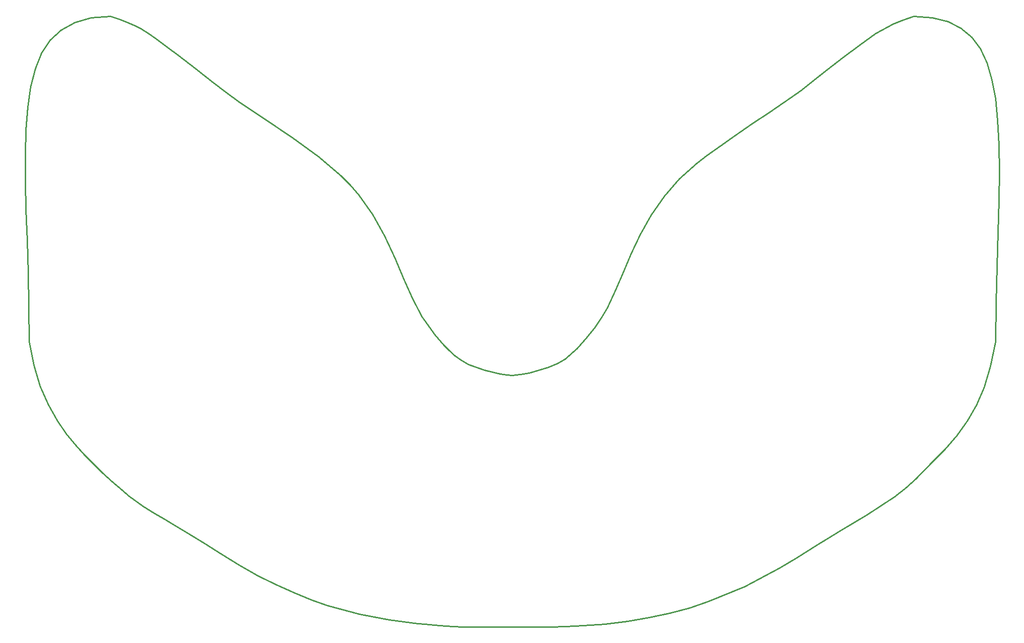
<source format=gbr>
G04 EAGLE Gerber RS-274X export*
G75*
%MOMM*%
%FSLAX34Y34*%
%LPD*%
%IN*%
%IPPOS*%
%AMOC8*
5,1,8,0,0,1.08239X$1,22.5*%
G01*
%ADD10C,0.254000*%


D10*
X48540Y841328D02*
X48785Y793632D01*
X50009Y742528D01*
X51755Y688216D01*
X53566Y630892D01*
X54987Y570754D01*
X55562Y508000D01*
X63593Y465910D01*
X75158Y428749D01*
X89328Y396239D01*
X105172Y368102D01*
X121760Y344057D01*
X138162Y323825D01*
X153448Y307129D01*
X166687Y293688D01*
X186056Y274791D01*
X203561Y258619D01*
X219362Y244877D01*
X233624Y233273D01*
X258178Y215308D01*
X278519Y202383D01*
X295942Y192169D01*
X311328Y183151D01*
X336826Y168004D01*
X356396Y156127D01*
X371356Y146821D01*
X383030Y139387D01*
X392736Y133128D01*
X428221Y111181D01*
X462316Y91980D01*
X495125Y75317D01*
X526735Y60989D01*
X557236Y48796D01*
X586714Y38537D01*
X642958Y23019D01*
X696173Y12825D01*
X747066Y6349D01*
X760227Y5076D01*
X776259Y3717D01*
X797623Y2086D01*
X811072Y1112D01*
X826776Y0D01*
X985526Y0D01*
X1008080Y1135D01*
X1026398Y2093D01*
X1041069Y2902D01*
X1052684Y3590D01*
X1069101Y4720D01*
X1080367Y5709D01*
X1120439Y10509D01*
X1158742Y16931D01*
X1195433Y24948D01*
X1230672Y34534D01*
X1264619Y45665D01*
X1329269Y72454D01*
X1390696Y105120D01*
X1421908Y124029D01*
X1456751Y145648D01*
X1476439Y157752D01*
X1498121Y170866D01*
X1546804Y200113D01*
X1595204Y232017D01*
X1616277Y248397D01*
X1633652Y264760D01*
X1660944Y291982D01*
X1685242Y317202D01*
X1706665Y341878D01*
X1725334Y367462D01*
X1741369Y395412D01*
X1754889Y427181D01*
X1766014Y464225D01*
X1774866Y508000D01*
X1776233Y577282D01*
X1777963Y642264D01*
X1779678Y702925D01*
X1781004Y759239D01*
X1781565Y811184D01*
X1780983Y858736D01*
X1778883Y901871D01*
X1774888Y940565D01*
X1768624Y974796D01*
X1759713Y1004539D01*
X1747780Y1029771D01*
X1732447Y1050468D01*
X1713341Y1066607D01*
X1690083Y1078164D01*
X1662299Y1085115D01*
X1629611Y1087438D01*
X1610405Y1081029D01*
X1593028Y1073744D01*
X1562150Y1056759D01*
X1533743Y1036909D01*
X1504577Y1014617D01*
X1474896Y991588D01*
X1449988Y972116D01*
X1428527Y955585D01*
X1409192Y941384D01*
X1373903Y917542D01*
X1341295Y895980D01*
X1311104Y875274D01*
X1284488Y856498D01*
X1262074Y840220D01*
X1243159Y825675D01*
X1212273Y797987D01*
X1185669Y767075D01*
X1162172Y733113D01*
X1142242Y698420D01*
X1126163Y665079D01*
X1112679Y633099D01*
X1099640Y601397D01*
X1084000Y568790D01*
X1074090Y551761D01*
X1062190Y534042D01*
X1047854Y515480D01*
X1030553Y496032D01*
X1008554Y477313D01*
X994965Y469128D01*
X979398Y462168D01*
X945527Y452357D01*
X929189Y449639D01*
X914559Y448469D01*
X905162Y449024D01*
X893438Y450679D01*
X865797Y457224D01*
X837204Y467972D01*
X824290Y474881D01*
X813227Y482792D01*
X802160Y493029D01*
X793028Y502350D01*
X777880Y519818D01*
X754296Y553290D01*
X736733Y586214D01*
X721849Y620171D01*
X706302Y656741D01*
X687875Y695929D01*
X667057Y733936D01*
X642324Y769454D01*
X627404Y786643D01*
X610379Y803645D01*
X570420Y837537D01*
X523654Y871856D01*
X474897Y904486D01*
X429147Y934688D01*
X406064Y951651D01*
X381071Y970894D01*
X352680Y993015D01*
X319407Y1018610D01*
X300474Y1032898D01*
X279762Y1048278D01*
X268535Y1056423D01*
X254280Y1065248D01*
X244736Y1070109D01*
X232888Y1075376D01*
X218216Y1081125D01*
X200201Y1087438D01*
X165585Y1084680D01*
X136507Y1076539D01*
X112511Y1063212D01*
X93142Y1044897D01*
X77942Y1021792D01*
X66458Y994094D01*
X58231Y962001D01*
X52806Y925711D01*
X49728Y885421D01*
X48540Y841328D01*
M02*

</source>
